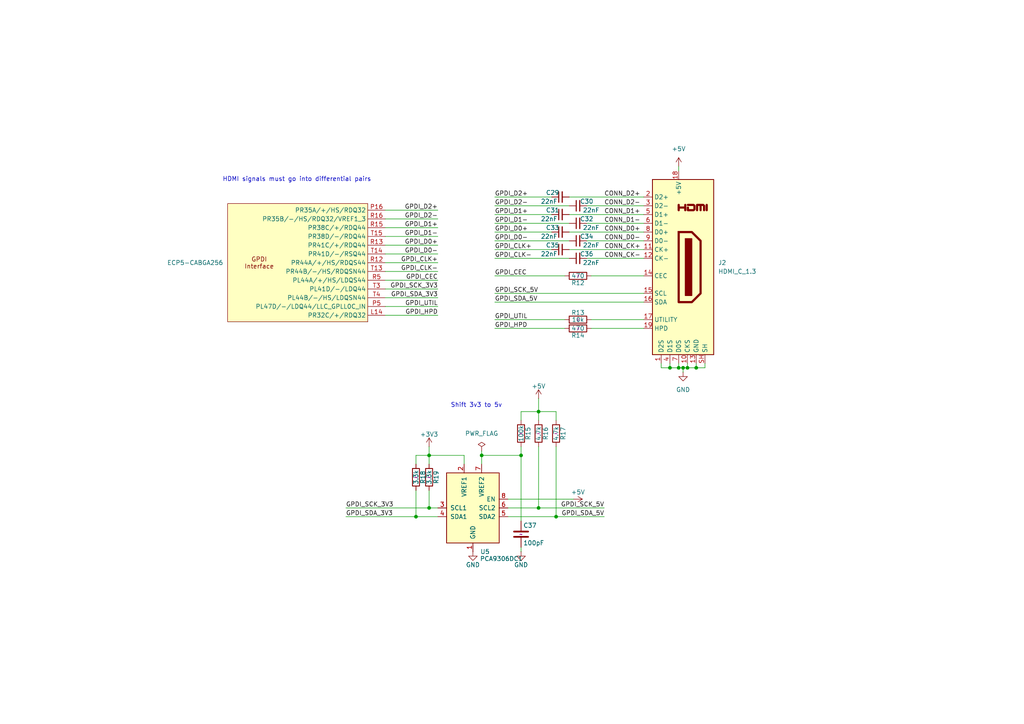
<source format=kicad_sch>
(kicad_sch (version 20250114) (generator "eeschema") (generator_version "9.0")
  (paper "A4")
  (title_block (title "Icepi zero") (date "2025-07-02") (rev "v1.2") (company "Chengyin Yao (cheyao)") (comment 1 "https://github.com/cheyao/icepi-zero") (comment 9 "OSHWA FR000026"))
  (lib_symbols
    (symbol "Connector:HDMI_C_1.3"
      (property "Reference" "J" (at -6.35 26.67 0))
      (property "Value" "HDMI_C_1.3" (at 10.16 26.67 0))
      (symbol "HDMI_C_1.3_0_0"
        (polyline (pts (xy 0 16.51) (xy 0 18.034) (xy 0 17.272) (xy 1.905 17.272) (xy 1.905 18.034) (xy 1.905 16.51)) (stroke (width 0.635)))
        (polyline (pts (xy 2.667 18.034) (xy 4.318 18.034) (xy 4.572 17.78) (xy 4.572 16.764) (xy 4.318 16.51) (xy 2.667 16.51) (xy 2.667 17.272)) (stroke (width 0.635)))
        (polyline (pts (xy 8.128 16.51) (xy 8.128 18.034)) (stroke (width 0.635)))
      )
      (symbol "HDMI_C_1.3_0_1"
        (rectangle (start -7.62 25.4) (end 10.16 -25.4) (stroke (width 0.254)) (fill (type background)))
        (polyline (pts (xy 0 10.16) (xy 3.81 10.16) (xy 6.35 7.62) (xy 6.35 -7.62) (xy 3.81 -10.16) (xy 0 -10.16) (xy 0 10.16)) (stroke (width 0.635)))
        (rectangle (start 1.905 8.255) (end 3.81 -8.255) (stroke (width 0.254)) (fill (type outline)))
        (polyline (pts (xy 5.334 16.51) (xy 5.334 18.034) (xy 6.35 18.034) (xy 6.35 16.51) (xy 6.35 18.034) (xy 7.112 18.034) (xy 7.366 17.78) (xy 7.366 16.51)) (stroke (width 0.635)))
      )
      (symbol "HDMI_C_1.3_1_1"
        (pin passive line (at -10.16 20.32 0) (length 2.54) (name "D2+") (number "2"))
        (pin passive line (at -10.16 17.78 0) (length 2.54) (name "D2-") (number "3"))
        (pin passive line (at -10.16 15.24 0) (length 2.54) (name "D1+") (number "5"))
        (pin passive line (at -10.16 12.7 0) (length 2.54) (name "D1-") (number "6"))
        (pin passive line (at -10.16 10.16 0) (length 2.54) (name "D0+") (number "8"))
        (pin passive line (at -10.16 7.62 0) (length 2.54) (name "D0-") (number "9"))
        (pin passive line (at -10.16 5.08 0) (length 2.54) (name "CK+") (number "11"))
        (pin passive line (at -10.16 2.54 0) (length 2.54) (name "CK-") (number "12"))
        (pin bidirectional line (at -10.16 -2.54 0) (length 2.54) (name "CEC") (number "14"))
        (pin passive line (at -10.16 -7.62 0) (length 2.54) (name "SCL") (number "15"))
        (pin bidirectional line (at -10.16 -10.16 0) (length 2.54) (name "SDA") (number "16"))
        (pin passive line (at -10.16 -15.24 0) (length 2.54) (name "UTILITY") (number "17"))
        (pin passive line (at -10.16 -17.78 0) (length 2.54) (name "HPD") (number "19"))
        (pin power_in line (at -5.08 -27.94 90) (length 2.54) (name "D2S") (number "1"))
        (pin power_in line (at -2.54 -27.94 90) (length 2.54) (name "D1S") (number "4"))
        (pin power_in line (at 0 27.94 270) (length 2.54) (name "+5V") (number "18"))
        (pin power_in line (at 0 -27.94 90) (length 2.54) (name "D0S") (number "7"))
        (pin power_in line (at 2.54 -27.94 90) (length 2.54) (name "CKS") (number "10"))
        (pin power_in line (at 5.08 -27.94 90) (length 2.54) (name "GND") (number "13"))
        (pin passive line (at 7.62 -27.94 90) (length 2.54) (name "SH") (number "SH"))
      )
    )
    (symbol "Device:C" (pin_numbers (hide yes)) (pin_names (offset 0.254))
      (property "Reference" "C" (at 0.635 2.54 0))
      (property "Value" "C" (at 0.635 -2.54 0))
      (symbol "C_0_1"
        (polyline (pts (xy -2.032 0.762) (xy 2.032 0.762)) (stroke (width 0.508)))
        (polyline (pts (xy -2.032 -0.762) (xy 2.032 -0.762)) (stroke (width 0.508)))
      )
      (symbol "C_1_1"
        (pin passive line (at 0 3.81 270) (length 2.794) (name "~") (number "1"))
        (pin passive line (at 0 -3.81 90) (length 2.794) (name "~") (number "2"))
      )
    )
    (symbol "Device:C_Small" (pin_numbers (hide yes)) (pin_names (offset 0.254) (hide yes))
      (property "Reference" "C" (at 0.254 1.778 0))
      (property "Value" "C_Small" (at 0.254 -2.032 0))
      (symbol "C_Small_0_1"
        (polyline (pts (xy -1.524 0.508) (xy 1.524 0.508)) (stroke (width 0.3048)))
        (polyline (pts (xy -1.524 -0.508) (xy 1.524 -0.508)) (stroke (width 0.3302)))
      )
      (symbol "C_Small_1_1"
        (pin passive line (at 0 2.54 270) (length 2.032) (name "~") (number "1"))
        (pin passive line (at 0 -2.54 90) (length 2.032) (name "~") (number "2"))
      )
    )
    (symbol "Device:R" (pin_numbers (hide yes)) (pin_names (offset 0))
      (property "Reference" "R" (at 2.032 0 90))
      (property "Value" "R" (at 0 0 90))
      (symbol "R_0_1"
        (rectangle (start -1.016 -2.54) (end 1.016 2.54) (stroke (width 0.254)))
      )
      (symbol "R_1_1"
        (pin passive line (at 0 3.81 270) (length 1.27) (name "~") (number "1"))
        (pin passive line (at 0 -3.81 90) (length 1.27) (name "~") (number "2"))
      )
    )
    (symbol "Interface:PCA9306DC1" (pin_names (offset 1.016))
      (property "Reference" "U" (at -7.62 11.43 0))
      (property "Value" "PCA9306DC1" (at 3.81 11.43 0))
      (symbol "PCA9306DC1_0_1"
        (rectangle (start -7.62 10.16) (end 7.62 -10.16) (stroke (width 0.254)) (fill (type background)))
      )
      (symbol "PCA9306DC1_1_1"
        (pin bidirectional line (at -10.16 0 0) (length 2.54) (name "SCL1") (number "3"))
        (pin bidirectional line (at -10.16 -2.54 0) (length 2.54) (name "SDA1") (number "4"))
        (pin power_in line (at -2.54 12.7 270) (length 2.54) (name "VREF1") (number "2"))
        (pin power_in line (at 0 -12.7 90) (length 2.54) (name "GND") (number "1"))
        (pin power_in line (at 2.54 12.7 270) (length 2.54) (name "VREF2") (number "7"))
        (pin input line (at 10.16 2.54 180) (length 2.54) (name "EN") (number "8"))
        (pin bidirectional line (at 10.16 0 180) (length 2.54) (name "SCL2") (number "6"))
        (pin bidirectional line (at 10.16 -2.54 180) (length 2.54) (name "SDA2") (number "5"))
      )
    )
    (symbol "icepi-lib:LFE5U-25F-6BG256x"
      (property "Reference" "U" (at 48.768 1.016 0))
      (property "Value" "ECP5U-25F-CABGA256" (at 59.436 -1.27 0))
      (symbol "LFE5U-25F-6BG256x_1_1"
        (rectangle (start -47.625 10.16) (end 47.625 -10.16) (fill (type background)))
        (text "Power Block" (at -0.254 0 0) (effects (font (size 1.27 1.27))))
        (pin power_in line (at -45.72 15.24 270) (length 5.08) (name "VCC") (number "G6"))
        (pin power_in line (at -43.18 15.24 270) (length 5.08) (name "VCC") (number "G7"))
        (pin power_in line (at -40.64 15.24 270) (length 5.08) (name "VCC") (number "L8"))
        (pin power_in line (at -38.1 15.24 270) (length 5.08) (name "VCC") (number "L9"))
        (pin power_in line (at -35.56 15.24 270) (length 5.08) (name "VCC") (number "G9"))
        (pin power_in line (at -35.56 -15.24 90) (length 5.08) (name "GND") (number "A16"))
        (pin power_in line (at -33.02 15.24 270) (length 5.08) (name "VCC") (number "L10"))
        (pin power_in line (at -33.02 -15.24 90) (length 5.08) (name "GND") (number "H16"))
        (pin power_in line (at -30.48 -15.24 90) (length 5.08) (name "GND") (number "T16"))
        (pin power_in line (at -27.94 -15.24 90) (length 5.08) (name "GND") (number "D15"))
        (pin power_in line (at -25.4 15.24 270) (length 5.08) (name "VCCAUX") (number "L7"))
        (pin power_in line (at -25.4 -15.24 90) (length 5.08) (name "GND") (number "N15"))
        (pin power_in line (at -22.86 15.24 270) (length 5.08) (name "VCCAUX") (number "G11"))
        (pin power_in line (at -22.86 -15.24 90) (length 5.08) (name "GND") (number "T12"))
        (pin power_in line (at -20.32 -15.24 90) (length 5.08) (name "GND") (number "G10"))
        (pin power_in line (at -17.78 -15.24 90) (length 5.08) (name "GND") (number "H10"))
        (pin power_in line (at -15.24 15.24 270) (length 5.08) (name "VCCIO0") (number "F6"))
        (pin power_in line (at -15.24 -15.24 90) (length 5.08) (name "GND") (number "J10"))
        (pin power_in line (at -12.7 15.24 270) (length 5.08) (name "VCCIO0") (number "F7"))
        (pin power_in line (at -12.7 -15.24 90) (length 5.08) (name "GND") (number "K10"))
        (pin power_in line (at -10.16 -15.24 90) (length 5.08) (name "GND") (number "F9"))
        (pin power_in line (at -7.62 -15.24 90) (length 5.08) (name "GND") (number "H9"))
        (pin power_in line (at -5.08 15.24 270) (length 5.08) (name "VCCIO1") (number "F10"))
        (pin power_in line (at -5.08 -15.24 90) (length 5.08) (name "GND") (number "J9"))
        (pin power_in line (at -2.54 15.24 270) (length 5.08) (name "VCCIO1") (number "F11"))
        (pin power_in line (at -2.54 -15.24 90) (length 5.08) (name "GND") (number "K9"))
        (pin power_in line (at 0 -15.24 90) (length 5.08) (name "GND") (number "F8"))
        (pin power_in line (at 2.54 -15.24 90) (length 5.08) (name "GND") (number "G8"))
        (pin power_in line (at 5.08 15.24 270) (length 5.08) (name "VCCIO2") (number "J11"))
        (pin power_in line (at 5.08 -15.24 90) (length 5.08) (name "GND") (number "H8"))
        (pin power_in line (at 7.62 15.24 270) (length 5.08) (name "VCCIO2") (number "H11"))
        (pin power_in line (at 7.62 -15.24 90) (length 5.08) (name "GND") (number "J8"))
        (pin power_in line (at 10.16 -15.24 90) (length 5.08) (name "GND") (number "K8"))
        (pin power_in line (at 12.7 -15.24 90) (length 5.08) (name "GND") (number "K7"))
        (pin power_in line (at 15.24 15.24 270) (length 5.08) (name "VCCIO3") (number "L11"))
        (pin power_in line (at 15.24 -15.24 90) (length 5.08) (name "GND") (number "K6"))
        (pin power_in line (at 17.78 15.24 270) (length 5.08) (name "VCCIO3") (number "K11"))
        (pin power_in line (at 17.78 -15.24 90) (length 5.08) (name "GND") (number "T5"))
        (pin power_in line (at 20.32 -15.24 90) (length 5.08) (name "GND") (number "D2"))
        (pin power_in line (at 22.86 -15.24 90) (length 5.08) (name "GND") (number "N2"))
        (pin power_in line (at 25.4 15.24 270) (length 5.08) (name "VCCIO6") (number "J6"))
        (pin power_in line (at 25.4 -15.24 90) (length 5.08) (name "GND") (number "A1"))
        (pin power_in line (at 27.94 15.24 270) (length 5.08) (name "VCCIO6") (number "J7"))
        (pin power_in line (at 27.94 -15.24 90) (length 5.08) (name "GND") (number "H1"))
        (pin power_in line (at 30.48 -15.24 90) (length 5.08) (name "GND") (number "T1"))
        (pin power_in line (at 35.56 15.24 270) (length 5.08) (name "VCCIO7") (number "H6"))
        (pin power_in line (at 38.1 15.24 270) (length 5.08) (name "VCCIO7") (number "H7"))
        (pin power_in line (at 45.72 15.24 270) (length 5.08) (name "VCCIO8") (number "L6"))
      )
      (symbol "LFE5U-25F-6BG256x_2_1"
        (rectangle (start -7.62 5.715) (end 7.62 -5.715) (fill (type background)))
        (text "JTAG\nInterface" (at 2.032 0 0) (effects (font (size 1.27 1.27))))
        (pin output line (at -12.7 3.81 0) (length 5.08) (name "TDO") (number "M10"))
        (pin input line (at -12.7 1.27 0) (length 5.08) (name "TDI") (number "R11"))
        (pin input line (at -12.7 -1.27 0) (length 5.08) (name "TCK") (number "T10"))
        (pin input line (at -12.7 -3.81 0) (length 5.08) (name "TMS") (number "T11"))
      )
      (symbol "LFE5U-25F-6BG256x_3_1"
        (rectangle (start -25.4 8.255) (end 25.4 -8.255) (fill (type background)))
        (text "SysIO Config block" (at 8.89 -0.254 0) (effects (font (size 1.27 1.27))))
        (pin bidirectional line (at -30.48 6.35 0) (length 5.08) (name "PB15A/+/HOLDN/DI/BUSY/CSSPIN/CEN") (number "N8"))
        (pin bidirectional line (at -30.48 3.81 0) (length 5.08) (name "CCLK/MCLK/SCK") (number "N9"))
        (pin bidirectional line (at -30.48 1.27 0) (length 5.08) (name "PB11B/-/D0/MOSI/IO0") (number "T8"))
        (pin bidirectional line (at -30.48 -1.27 0) (length 5.08) (name "PB11A/+/D1/MISO/IO1") (number "T7"))
        (pin bidirectional line (at -30.48 -3.81 0) (length 5.08) (name "PL9B/-/D2/IO2") (number "M7"))
        (pin bidirectional line (at -30.48 -6.35 0) (length 5.08) (name "PL9A/+/D3/IO3") (number "N7"))
        (pin input line (at 30.48 6.35 180) (length 5.08) (name "CFG_0") (number "N10"))
        (pin input line (at 30.48 3.81 180) (length 5.08) (name "CFG_1") (number "P10"))
        (pin input line (at 30.48 1.27 180) (length 5.08) (name "CPG_2") (number "R10"))
        (pin output line (at 30.48 -1.27 180) (length 5.08) (name "DONE") (number "P9"))
        (pin bidirectional line (at 30.48 -3.81 180) (length 5.08) (name "INITN") (number "T9"))
        (pin bidirectional line (at 30.48 -6.35 180) (length 5.08) (name "PROGRAMN") (number "R9"))
      )
      (symbol "LFE5U-25F-6BG256x_4_1"
        (rectangle (start -20.32 17.145) (end 20.32 -17.145) (fill (type background)))
        (text "GPDI\nInterface" (at 11.176 0 0) (effects (font (size 1.27 1.27))))
        (pin bidirectional line (at -25.4 15.24 0) (length 5.08) (name "PR35A/+/HS/RDQ32") (number "P16"))
        (pin bidirectional line (at -25.4 12.7 0) (length 5.08) (name "PR35B/-/HS/RDQ32/VREF1_3") (number "R16"))
        (pin bidirectional line (at -25.4 10.16 0) (length 5.08) (name "PR38C/+/RDQ44") (number "R15"))
        (pin bidirectional line (at -25.4 7.62 0) (length 5.08) (name "PR38D/-/RDQ44") (number "T15"))
        (pin bidirectional line (at -25.4 5.08 0) (length 5.08) (name "PR41C/+/RDQ44") (number "R13"))
        (pin bidirectional line (at -25.4 2.54 0) (length 5.08) (name "PR41D/-/RSQ44") (number "T14"))
        (pin bidirectional line (at -25.4 0 0) (length 5.08) (name "PR44A/+/HS/RDQS44") (number "R12"))
        (pin bidirectional line (at -25.4 -2.54 0) (length 5.08) (name "PR44B/-/HS/RDQSN44") (number "T13"))
        (pin bidirectional line (at -25.4 -5.08 0) (length 5.08) (name "PL44A/+/HS/LDQS44") (number "R5"))
        (pin bidirectional line (at -25.4 -7.62 0) (length 5.08) (name "PL41D/-/LDQ44") (number "T3"))
        (pin bidirectional line (at -25.4 -10.16 0) (length 5.08) (name "PL44B/-/HS/LDQSN44") (number "T4"))
        (pin bidirectional line (at -25.4 -12.7 0) (length 5.08) (name "PL47D/-/LDQ44/LLC_GPLL0C_IN") (number "P5"))
        (pin bidirectional line (at -25.4 -15.24 0) (length 5.08) (name "PR32C/+/RDQ32") (number "L14"))
      )
      (symbol "LFE5U-25F-6BG256x_5_1"
        (rectangle (start -20.32 18.415) (end 19.685 -18.415) (fill (type background)))
        (text "USB/UART\nInterface" (at 10.16 0 0) (effects (font (size 1.27 1.27))))
        (pin bidirectional line (at -25.4 16.51 0) (length 5.08) (name "PR23C/-/RDQ20/PCLKT2_0") (number "K16"))
        (pin bidirectional line (at -25.4 13.97 0) (length 5.08) (name "PR23D/-/RDQ20/PCLKC2_0") (number "K15"))
        (pin bidirectional line (at -25.4 11.43 0) (length 5.08) (name "PR26A/+/HS/RDQ32/PCLKT3_1") (number "L16"))
        (pin bidirectional line (at -25.4 8.89 0) (length 5.08) (name "PR26B/-/HS/RDQ32/PCLKC3_1") (number "L15"))
        (pin bidirectional line (at -25.4 3.81 0) (length 5.08) (name "PR11C/+/RDQ8") (number "F15"))
        (pin bidirectional line (at -25.4 1.27 0) (length 5.08) (name "PR11D/-/RDQ8") (number "E16"))
        (pin bidirectional line (at -25.4 -1.27 0) (length 5.08) (name "PR14B/-/HS/RDQ20") (number "G15"))
        (pin bidirectional line (at -25.4 -3.81 0) (length 5.08) (name "PR14D/-/RDQ20") (number "H14"))
        (pin bidirectional line (at -25.4 -8.89 0) (length 5.08) (name "PR23A/+/HS/RDQ20/PCLKT2_1") (number "J16"))
        (pin bidirectional line (at -25.4 -11.43 0) (length 5.08) (name "PR23B/-/HS/RDQ20/PCLKC2_1") (number "J15"))
        (pin bidirectional line (at -25.4 -13.97 0) (length 5.08) (name "PR5C/+/RDQ8") (number "E14"))
        (pin bidirectional line (at -25.4 -16.51 0) (length 5.08) (name "PT51B/-") (number "E11"))
      )
      (symbol "LFE5U-25F-6BG256x_6_1"
        (rectangle (start -25.4 33.02) (end 25.4 -33.02) (fill (type background)))
        (text "SDRAM\nInterface" (at 0.254 29.464 0) (effects (font (size 1.27 1.27))))
        (pin bidirectional line (at -30.48 30.48 0) (length 5.08) (name "PT53A/+") (number "A11"))
        (pin bidirectional line (at -30.48 27.94 0) (length 5.08) (name "PT49A/+") (number "B11"))
        (pin bidirectional line (at -30.48 22.86 0) (length 5.08) (name "PT44A/+") (number "B10"))
        (pin bidirectional line (at -30.48 20.32 0) (length 5.08) (name "PT42A/+") (number "A9"))
        (pin bidirectional line (at -30.48 17.78 0) (length 5.08) (name "PT38A/+/GR_PCLK1_0") (number "B9"))
        (pin bidirectional line (at -30.48 15.24 0) (length 5.08) (name "PT29B/-/PCLKC0_0") (number "A8"))
        (pin bidirectional line (at -30.48 12.7 0) (length 5.08) (name "PT35B/-/PCLK1_0") (number "B8"))
        (pin bidirectional line (at -30.48 10.16 0) (length 5.08) (name "PT29A/+/PCLKT0_0") (number "A7"))
        (pin bidirectional line (at -30.48 7.62 0) (length 5.08) (name "PT27B/-/PCLKC0_1") (number "B7"))
        (pin bidirectional line (at -30.48 5.08 0) (length 5.08) (name "PT18B/-") (number "A6"))
        (pin bidirectional line (at -30.48 2.54 0) (length 5.08) (name "PT22B/-") (number "B6"))
        (pin bidirectional line (at -30.48 0 0) (length 5.08) (name "PT18A/+") (number "A5"))
        (pin bidirectional line (at -30.48 -2.54 0) (length 5.08) (name "PT42B/-") (number "A10"))
        (pin bidirectional line (at -30.48 -5.08 0) (length 5.08) (name "PT15B/-") (number "B5"))
        (pin bidirectional line (at -30.48 -7.62 0) (length 5.08) (name "PT6B/-") (number "A4"))
        (pin bidirectional line (at -30.48 -12.7 0) (length 5.08) (name "PT56A/+") (number "B12"))
        (pin bidirectional line (at -30.48 -15.24 0) (length 5.08) (name "PT11B/-") (number "B4"))
        (pin bidirectional line (at -30.48 -17.78 0) (length 5.08) (name "PT6A/+") (number "A3"))
        (pin bidirectional line (at -30.48 -20.32 0) (length 5.08) (name "PT67A/+") (number "B14"))
        (pin bidirectional line (at -30.48 -22.86 0) (length 5.08) (name "PT4B/-") (number "B3"))
        (pin bidirectional line (at -30.48 -25.4 0) (length 5.08) (name "PT65A/+") (number "A13"))
        (pin bidirectional line (at -30.48 -27.94 0) (length 5.08) (name "PT60A/+") (number "B13"))
        (pin bidirectional line (at -30.48 -30.48 0) (length 5.08) (name "PT53B/-") (number "A12"))
        (pin bidirectional line (at 30.48 30.48 180) (length 5.08) (name "PR2A/+/HS/RDQ8") (number "B16"))
        (pin bidirectional line (at 30.48 27.94 180) (length 5.08) (name "PR2C/+/RDQ8") (number "C14"))
        (pin bidirectional line (at 30.48 25.4 180) (length 5.08) (name "PR5A/+/HS/RDQ8") (number "C16"))
        (pin bidirectional line (at 30.48 22.86 180) (length 5.08) (name "PR5B/-/HS/RDQ8") (number "C15"))
        (pin bidirectional line (at 30.48 20.32 180) (length 5.08) (name "PR8A/+/HS/RDQS8") (number "D16"))
        (pin bidirectional line (at 30.48 17.78 180) (length 5.08) (name "PT67B/-") (number "A15"))
        (pin bidirectional line (at 30.48 15.24 180) (length 5.08) (name "PR2B/-/HS/RDQ8/S0_IN") (number "B15"))
        (pin bidirectional line (at 30.48 12.7 180) (length 5.08) (name "PT65B/-") (number "A14"))
        (pin bidirectional line (at 30.48 10.16 180) (length 5.08) (name "PT4A/+") (number "A2"))
        (pin bidirectional line (at 30.48 7.62 180) (length 5.08) (name "PL2B/-/HS/LDQ8") (number "B2"))
        (pin bidirectional line (at 30.48 5.08 180) (length 5.08) (name "PL8B/-/HS/LDQSN8") (number "E2"))
        (pin bidirectional line (at 30.48 2.54 180) (length 5.08) (name "PL8A/+/HS/LDQS8") (number "D1"))
        (pin bidirectional line (at 30.48 0 180) (length 5.08) (name "PL5B/-/HS/LDQ8") (number "C2"))
        (pin bidirectional line (at 30.48 -2.54 180) (length 5.08) (name "PL5A/+/HS/LDQ8") (number "C1"))
        (pin bidirectional line (at 30.48 -5.08 180) (length 5.08) (name "PL2C/+/LDQ8") (number "C3"))
        (pin bidirectional line (at 30.48 -7.62 180) (length 5.08) (name "PL2A/+/HS/LDQ8") (number "B1"))
      )
      (symbol "LFE5U-25F-6BG256x_7_1"
        (rectangle (start -19.05 10.16) (end 19.05 -10.16) (fill (type background)))
        (text "uSD\nInterface" (at 13.462 0 0) (effects (font (size 1.27 1.27))))
        (pin bidirectional line (at -24.13 7.62 0) (length 5.08) (name "PR38B/-/HS/RDQ44") (number "P14"))
        (pin bidirectional line (at -24.13 5.08 0) (length 5.08) (name "PR41B/-/HS/RDQ44") (number "R14"))
        (pin bidirectional line (at -24.13 2.54 0) (length 5.08) (name "PR26D/-/RDQ32/PCLKC3_0") (number "M15"))
        (pin bidirectional line (at -24.13 0 0) (length 5.08) (name "PR32D/-/RDQ32") (number "M14"))
        (pin bidirectional line (at -24.13 -2.54 0) (length 5.08) (name "PR32A/+/HS/RDQS32") (number "N16"))
        (pin bidirectional line (at -24.13 -5.08 0) (length 5.08) (name "PR32B/-/HS/RDQSN32") (number "P15"))
        (pin bidirectional line (at -24.13 -7.62 0) (length 5.08) (name "PR26C/+/RDQ32/PCLKT3_0") (number "M16"))
      )
      (symbol "LFE5U-25F-6BG256x_8_1"
        (rectangle (start -34.29 23.495) (end 34.29 -26.035) (fill (type background)))
        (text "GPIO\nInterface" (at -0.508 20.828 0) (effects (font (size 1.27 1.27))))
        (pin bidirectional line (at -39.37 21.59 0) (length 5.08) (name "PL38D/-/LDQ44") (number "T2"))
        (pin bidirectional line (at -39.37 19.05 0) (length 5.08) (name "PL38C/+/LDQ44") (number "R2"))
        (pin bidirectional line (at -39.37 16.51 0) (length 5.08) (name "PL35B/-/HS/LDQ32/VREF1_6") (number "R1"))
        (pin bidirectional line (at -39.37 11.43 0) (length 5.08) (name "PL41B/-/HS/LDQ44") (number "R3"))
        (pin bidirectional line (at -39.37 8.89 0) (length 5.08) (name "PL38B/-/HS/LDQ44") (number "P3"))
        (pin bidirectional line (at -39.37 6.35 0) (length 5.08) (name "PL32B/-/HS/LDQSN32") (number "P2"))
        (pin bidirectional line (at -39.37 1.27 0) (length 5.08) (name "PL26B/-/HS/LDQ32/PCLKC6_1") (number "L2"))
        (pin bidirectional line (at -39.37 -1.27 0) (length 5.08) (name "PL23A/+/HS/LDQ20/PCLKT7") (number "J1"))
        (pin bidirectional line (at -39.37 -3.81 0) (length 5.08) (name "PL14B/-/HS/LDQ20") (number "G2"))
        (pin bidirectional line (at -39.37 -8.89 0) (length 5.08) (name "PL14C/+/LDQ20/VREF1_7") (number "G3"))
        (pin bidirectional line (at -39.37 -11.43 0) (length 5.08) (name "PL11D/-/LDQ8") (number "E1"))
        (pin bidirectional line (at -39.37 -13.97 0) (length 5.08) (name "PL5D/-/LDQ8") (number "F3"))
        (pin bidirectional line (at -39.37 -16.51 0) (length 5.08) (name "PL5C/+/LDQ8") (number "E3"))
        (pin bidirectional line (at -39.37 -19.05 0) (length 5.08) (name "PT9A/+") (number "E4"))
        (pin bidirectional line (at -39.37 -21.59 0) (length 5.08) (name "PT9B/-") (number "D4"))
        (pin bidirectional line (at 39.37 16.51 180) (length 5.08) (name "PL35A/+/HS/LDQ32") (number "P1"))
        (pin bidirectional line (at 39.37 13.97 180) (length 5.08) (name "PL32A/+/HS/LDQS32") (number "N1"))
        (pin bidirectional line (at 39.37 11.43 180) (length 5.08) (name "PL38A/+/HS/LDQ44") (number "N4"))
        (pin bidirectional line (at 39.37 6.35 180) (length 5.08) (name "PL26C/+/LDQ32/PCLKT6_0") (number "M1"))
        (pin bidirectional line (at 39.37 3.81 180) (length 5.08) (name "PL26A/+/HS/LDQ32/PCLKT6_1") (number "L1"))
        (pin bidirectional line (at 39.37 -1.27 180) (length 5.08) (name "PL23B/-/HS/LDQ20/PCLKC7_1") (number "J2"))
        (pin bidirectional line (at 39.37 -3.81 180) (length 5.08) (name "PL20C/+/LDQS20/GR_PCLK7_0") (number "H2"))
        (pin bidirectional line (at 39.37 -6.35 180) (length 5.08) (name "PL20A/+/HS/LDQS20/GR_PCLK7_1") (number "G1"))
        (pin bidirectional line (at 39.37 -8.89 180) (length 5.08) (name "PL20D/-/LDQS20") (number "K3"))
        (pin bidirectional line (at 39.37 -13.97 180) (length 5.08) (name "PL20B/-/HS/LDQSN20") (number "J3"))
        (pin bidirectional line (at 39.37 -19.05 180) (length 5.08) (name "PL14D/-/lDQ20") (number "H3"))
        (pin bidirectional line (at 39.37 -21.59 180) (length 5.08) (name "PL14A/+/HS/LDQ20") (number "F1"))
        (pin bidirectional line (at 39.37 -24.13 180) (length 5.08) (name "PL11C/+/LDQ8") (number "F2"))
      )
      (symbol "LFE5U-25F-6BG256x_9_1"
        (rectangle (start -15.24 17.145) (end 15.24 -17.145) (fill (type background)))
        (text "MISC\nInterface" (at 6.604 2.54 0) (effects (font (size 1.27 1.27))))
        (pin bidirectional line (at -20.32 15.24 0) (length 5.08) (name "PT11A/+") (number "C4"))
        (pin bidirectional line (at -20.32 12.7 0) (length 5.08) (name "PT15A/+") (number "C5"))
        (pin bidirectional line (at -20.32 7.62 0) (length 5.08) (name "PT62B/-") (number "E13"))
        (pin bidirectional line (at -20.32 5.08 0) (length 5.08) (name "PR2D/-/RDQ8") (number "D14"))
        (pin bidirectional line (at -20.32 2.54 0) (length 5.08) (name "PT58B/-") (number "E12"))
        (pin bidirectional line (at -20.32 0 0) (length 5.08) (name "PT60B/-") (number "C13"))
        (pin bidirectional line (at -20.32 -2.54 0) (length 5.08) (name "PT62A/+") (number "D13"))
        (pin bidirectional line (at -20.32 -7.62 0) (length 5.08) (name "PT27A/+/PCLKT0_1") (number "C7"))
        (pin bidirectional line (at -20.32 -10.16 0) (length 5.08) (name "PT35A/+/PCLKT1_0") (number "C8"))
        (pin bidirectional line (at -20.32 -15.24 0) (length 5.08) (name "PL26D/-/LDQ32/PCLK6_0") (number "M2"))
      )
      (symbol "LFE5U-25F-6BG256x_10_1"
        (rectangle (start -53.34 38.1) (end 52.705 -40.005) (fill (type background)))
        (text "Unused I/O" (at -1.524 0.254 0) (effects (font (size 1.27 1.27))))
        (pin bidirectional line (at -58.42 30.48 0) (length 5.08) (name "PL2D/-/LDQ8") (number "D3"))
        (pin bidirectional line (at -58.42 27.94 0) (length 5.08) (name "PL8C/+/LDQ8") (number "F4"))
        (pin bidirectional line (at -58.42 25.4 0) (length 5.08) (name "PL8D/-/LDQ8") (number "F5"))
        (pin bidirectional line (at -58.42 22.86 0) (length 5.08) (name "PL11A/+/HS/LDQ8") (number "G5"))
        (pin bidirectional line (at -58.42 20.32 0) (length 5.08) (name "PL11B/-/HS/LDQ8") (number "G4"))
        (pin bidirectional line (at -58.42 17.78 0) (length 5.08) (name "PL17A/+/HS/LDQ20") (number "H5"))
        (pin bidirectional line (at -58.42 15.24 0) (length 5.08) (name "PL17B/-/HS/LDQ20") (number "H4"))
        (pin bidirectional line (at -58.42 12.7 0) (length 5.08) (name "PL17C/+/LDQ20") (number "J4"))
        (pin bidirectional line (at -58.42 10.16 0) (length 5.08) (name "PL17D/-/LDQ20") (number "J5"))
        (pin bidirectional line (at -58.42 7.62 0) (length 5.08) (name "PL23C/+/LDQ20/PCLKT7_0") (number "K1"))
        (pin bidirectional line (at -58.42 5.08 0) (length 5.08) (name "PL23D/-/LDQ20/PCLKC7_0") (number "K2"))
        (pin bidirectional line (at -58.42 2.54 0) (length 5.08) (name "PL29A/+/HS/LDQ32/GR_PCLK6_0") (number "K4"))
        (pin bidirectional line (at -58.42 0 0) (length 5.08) (name "PL29B/-/HS/LDQ32") (number "K5"))
        (pin bidirectional line (at -58.42 -2.54 0) (length 5.08) (name "PL29C/+/LDQ32/GR_PCLK6_1") (number "L4"))
        (pin bidirectional line (at -58.42 -5.08 0) (length 5.08) (name "PL29D/-/LDQ32") (number "L5"))
        (pin bidirectional line (at -58.42 -7.62 0) (length 5.08) (name "PL32C/+/LDQ32") (number "L3"))
        (pin bidirectional line (at -58.42 -10.16 0) (length 5.08) (name "PL32D/-/LDQ32") (number "M3"))
        (pin bidirectional line (at -58.42 -12.7 0) (length 5.08) (name "PL35C/+/LDQ32") (number "M4"))
        (pin bidirectional line (at -58.42 -15.24 0) (length 5.08) (name "PL35D/-/LDQ32") (number "N3"))
        (pin bidirectional line (at -58.42 -17.78 0) (length 5.08) (name "PL41A/+/HS/LDQ44") (number "P4"))
        (pin bidirectional line (at -58.42 -20.32 0) (length 5.08) (name "PL41C/+/LD44") (number "R4"))
        (pin bidirectional line (at -58.42 -22.86 0) (length 5.08) (name "PL44C/+/LDQ44") (number "M5"))
        (pin bidirectional line (at -58.42 -25.4 0) (length 5.08) (name "PL44D/-/LDQ44") (number "N5"))
        (pin bidirectional line (at -58.42 -27.94 0) (length 5.08) (name "PL47A/+/HS/LDQ44") (number "M6"))
        (pin bidirectional line (at -58.42 -30.48 0) (length 5.08) (name "PL47B/-/HS/LDQ44") (number "N6"))
        (pin bidirectional line (at -58.42 -33.02 0) (length 5.08) (name "PL47C/+/LDQ44/LLC+GPLL0T_IN") (number "P6"))
        (pin bidirectional line (at -27.94 43.18 270) (length 5.08) (name "PT13B/-") (number "D5"))
        (pin bidirectional line (at -25.4 43.18 270) (length 5.08) (name "PT13A/+") (number "E5"))
        (pin bidirectional line (at -22.86 43.18 270) (length 5.08) (name "PT20B/-") (number "D6"))
        (pin bidirectional line (at -20.32 43.18 270) (length 5.08) (name "PT20A/+") (number "E6"))
        (pin bidirectional line (at -17.78 43.18 270) (length 5.08) (name "PT22A/+") (number "C6"))
        (pin bidirectional line (at -15.24 43.18 270) (length 5.08) (name "PT24B/-/GR_PCLK0_0") (number "D7"))
        (pin bidirectional line (at -12.7 43.18 270) (length 5.08) (name "PT24A/+/GR_PCLK0_1") (number "E7"))
        (pin bidirectional line (at -11.43 -45.085 90) (length 5.08) (name "PB18A/WRITEN") (number "M9"))
        (pin bidirectional line (at -10.16 43.18 270) (length 5.08) (name "PT33B/-/PCLKC1_1") (number "D8"))
        (pin bidirectional line (at -8.89 -45.085 90) (length 5.08) (name "PB15B/0/DOUT/CSON") (number "M8"))
        (pin bidirectional line (at -7.62 43.18 270) (length 5.08) (name "PT33A/+/PCLKT1_1") (number "E8"))
        (pin bidirectional line (at -6.35 -45.085 90) (length 5.08) (name "PB13B/-/CS1N") (number "P8"))
        (pin bidirectional line (at -5.08 43.18 270) (length 5.08) (name "PT38B/-/GR_PCLK1_1") (number "C9"))
        (pin bidirectional line (at -3.81 -45.085 90) (length 5.08) (name "PB13A/+/SN/CSN") (number "R8"))
        (pin bidirectional line (at -2.54 43.18 270) (length 5.08) (name "PT40B/-") (number "E9"))
        (pin bidirectional line (at -1.27 -45.085 90) (length 5.08) (name "PB6B/-/D4/MOSI2/IO4") (number "P7"))
        (pin bidirectional line (at 0 43.18 270) (length 5.08) (name "PT40A/+") (number "D9"))
        (pin bidirectional line (at 1.27 -45.085 90) (length 5.08) (name "PB6A/+/D5/MISO2/IO5") (number "R7"))
        (pin bidirectional line (at 2.54 43.18 270) (length 5.08) (name "PT44B/-") (number "C10"))
        (pin bidirectional line (at 3.81 -45.085 90) (length 5.08) (name "PB4B/0/D6/IO6") (number "R6"))
        (pin bidirectional line (at 5.08 43.18 270) (length 5.08) (name "PT47B/-") (number "E10"))
        (pin bidirectional line (at 6.35 -45.085 90) (length 5.08) (name "PB4A/+/D7/IO7") (number "T6"))
        (pin bidirectional line (at 7.62 43.18 270) (length 5.08) (name "PT47A/+") (number "D10"))
        (pin bidirectional line (at 10.16 43.18 270) (length 5.08) (name "PT49B/-") (number "C11"))
        (pin bidirectional line (at 12.7 43.18 270) (length 5.08) (name "PT51A/+") (number "D11"))
        (pin bidirectional line (at 15.24 43.18 270) (length 5.08) (name "PT56B/-") (number "C12"))
        (pin bidirectional line (at 17.78 43.18 270) (length 5.08) (name "PT58A/+") (number "D12"))
        (pin bidirectional line (at 57.785 35.56 180) (length 5.08) (name "PR47A/+/HS/RSQ44") (number "M11"))
        (pin bidirectional line (at 57.785 33.02 180) (length 5.08) (name "PR47B/0/HS/RDQ44") (number "N11"))
        (pin bidirectional line (at 57.785 30.48 180) (length 5.08) (name "PR47C/+/RSQ44/LRC_GPLL0T_IN") (number "P11"))
        (pin bidirectional line (at 57.785 27.94 180) (length 5.08) (name "PR47D/-/RDQ44/LRC_GPLL0C_IN") (number "P12"))
        (pin bidirectional line (at 57.785 25.4 180) (length 5.08) (name "PR44C/+/RDQ44") (number "M12"))
        (pin bidirectional line (at 57.785 22.86 180) (length 5.08) (name "PR44D/-/RSQ44") (number "N12"))
        (pin bidirectional line (at 57.785 20.32 180) (length 5.08) (name "PR41A/+/HS/RDQ44") (number "P13"))
        (pin bidirectional line (at 57.785 17.78 180) (length 5.08) (name "PR38A/+/HS/RDQ44") (number "N13"))
        (pin bidirectional line (at 57.785 15.24 180) (length 5.08) (name "PR35C/+/RDQ32") (number "M13"))
        (pin bidirectional line (at 57.785 12.7 180) (length 5.08) (name "PR35D/-/RDQ32") (number "N14"))
        (pin bidirectional line (at 57.785 10.16 180) (length 5.08) (name "PR29A/+/HS/RDQ32/GR_PCLK3_0") (number "K13"))
        (pin bidirectional line (at 57.785 7.62 180) (length 5.08) (name "PR29B/-/HS/RDQ32") (number "K12"))
        (pin bidirectional line (at 57.785 5.08 180) (length 5.08) (name "PR29C/+/RDQ32/GR_PCLK3_1") (number "L13"))
        (pin bidirectional line (at 57.785 2.54 180) (length 5.08) (name "PR29D/-/RDQ32") (number "L12"))
        (pin bidirectional line (at 57.785 0 180) (length 5.08) (name "PR20A/+/HS/RDQS20/GR_PCLK2_1") (number "G16"))
        (pin bidirectional line (at 57.785 -2.54 180) (length 5.08) (name "PR20B/-/HS/RDQSN20") (number "H15"))
        (pin bidirectional line (at 57.785 -5.08 180) (length 5.08) (name "PR20C/+/RDQ20/GR_PCLK2_0") (number "J14"))
        (pin bidirectional line (at 57.785 -7.62 180) (length 5.08) (name "PR20D/-/RDQ20") (number "K14"))
        (pin bidirectional line (at 57.785 -10.16 180) (length 5.08) (name "PR17A/+/HS/RDQ20") (number "H12"))
        (pin bidirectional line (at 57.785 -12.7 180) (length 5.08) (name "PR17B/-/HS/RDQ20") (number "H13"))
        (pin bidirectional line (at 57.785 -15.24 180) (length 5.08) (name "PR17C/+/RDQ20") (number "J13"))
        (pin bidirectional line (at 57.785 -17.78 180) (length 5.08) (name "PR17D/-/RDQ20") (number "J12"))
        (pin bidirectional line (at 57.785 -20.32 180) (length 5.08) (name "PR14A/+/HS/RDQ20") (number "F16"))
        (pin bidirectional line (at 57.785 -22.86 180) (length 5.08) (name "PR14C/+/RDQ20/VREF1_2") (number "G14"))
        (pin bidirectional line (at 57.785 -25.4 180) (length 5.08) (name "PR11A/+/HS/RDQ8") (number "G12"))
        (pin bidirectional line (at 57.785 -27.94 180) (length 5.08) (name "PR11B/-/HS/RDQ8") (number "G13"))
        (pin bidirectional line (at 57.785 -30.48 180) (length 5.08) (name "PR8B/-/HS/RDQSN8") (number "E15"))
        (pin bidirectional line (at 57.785 -33.02 180) (length 5.08) (name "PR8C/+/RDQ8") (number "F13"))
        (pin bidirectional line (at 57.785 -35.56 180) (length 5.08) (name "PR8D/-/RDQ8") (number "F12"))
        (pin bidirectional line (at 57.785 -38.1 180) (length 5.08) (name "PR5D/-/RDQ8") (number "F14"))
      )
    )
    (symbol "power:+3V3" (power) (pin_numbers (hide yes)) (pin_names (offset 0) (hide yes))
      (property "Value" "+3V3" (at 0 3.556 0))
      (symbol "+3V3_0_1"
        (polyline (pts (xy -0.762 1.27) (xy 0 2.54)))
        (polyline (pts (xy 0 2.54) (xy 0.762 1.27)))
        (polyline (pts (xy 0 0) (xy 0 2.54)))
      )
      (symbol "+3V3_1_1"
        (pin power_in line (at 0 0 90) (length 0) (name "~") (number "1"))
      )
    )
    (symbol "power:+5V" (power) (pin_numbers (hide yes)) (pin_names (offset 0) (hide yes))
      (property "Value" "+5V" (at 0 3.556 0))
      (symbol "+5V_0_1"
        (polyline (pts (xy -0.762 1.27) (xy 0 2.54)))
        (polyline (pts (xy 0 2.54) (xy 0.762 1.27)))
        (polyline (pts (xy 0 0) (xy 0 2.54)))
      )
      (symbol "+5V_1_1"
        (pin power_in line (at 0 0 90) (length 0) (name "~") (number "1"))
      )
    )
    (symbol "power:GND" (power) (pin_numbers (hide yes)) (pin_names (offset 0) (hide yes))
      (property "Value" "GND" (at 0 -3.81 0))
      (symbol "GND_0_1"
        (polyline (pts (xy 0 0) (xy 0 -1.27) (xy 1.27 -1.27) (xy 0 -2.54) (xy -1.27 -1.27) (xy 0 -1.27)))
      )
      (symbol "GND_1_1"
        (pin power_in line (at 0 0 270) (length 0) (name "~") (number "1"))
      )
    )
    (symbol "power:PWR_FLAG" (power) (pin_numbers (hide yes)) (pin_names (offset 0) (hide yes))
      (property "Value" "PWR_FLAG" (at 0 3.81 0))
      (symbol "PWR_FLAG_0_0"
        (pin power_out line (at 0 0 90) (length 0) (name "~") (number "1"))
      )
      (symbol "PWR_FLAG_0_1"
        (polyline (pts (xy 0 0) (xy 0 1.27) (xy -1.016 1.905) (xy 0 2.54) (xy 1.016 1.905) (xy 0 1.27)))
      )
    )
  )
  (text "Shift 3v3 to 5v" (at 138.176 117.602 0) (effects (font (size 1.27 1.27))))
  (text "HDMI signals must go into differential pairs" (at 86.106 52.07 0) (effects (font (size 1.27 1.27))))
  (junction (at 196.85 106.68))
  (junction (at 151.13 132.08))
  (junction (at 194.31 106.68))
  (junction (at 120.65 149.86))
  (junction (at 156.21 119.38))
  (junction (at 139.7 132.08))
  (junction (at 198.12 106.68))
  (junction (at 201.93 106.68))
  (junction (at 124.46 147.32))
  (junction (at 199.39 106.68))
  (junction (at 161.29 149.86))
  (junction (at 124.46 132.08))
  (junction (at 156.21 147.32))
  (wire (pts (xy 194.31 106.68) (xy 191.77 106.68)))
  (wire (pts (xy 124.46 147.32) (xy 127 147.32)))
  (wire (pts (xy 165.1 57.15) (xy 186.69 57.15)))
  (wire (pts (xy 147.32 147.32) (xy 156.21 147.32)))
  (wire (pts (xy 120.65 134.62) (xy 120.65 132.08)))
  (wire (pts (xy 100.33 149.86) (xy 120.65 149.86)))
  (wire (pts (xy 165.1 72.39) (xy 186.69 72.39)))
  (wire (pts (xy 156.21 147.32) (xy 175.26 147.32)))
  (wire (pts (xy 111.76 91.44) (xy 127 91.44)))
  (wire (pts (xy 198.12 107.95) (xy 198.12 106.68)))
  (wire (pts (xy 143.51 72.39) (xy 160.02 72.39)))
  (wire (pts (xy 143.51 59.69) (xy 165.1 59.69)))
  (wire (pts (xy 143.51 69.85) (xy 165.1 69.85)))
  (wire (pts (xy 143.51 92.71) (xy 163.83 92.71)))
  (wire (pts (xy 156.21 119.38) (xy 156.21 121.92)))
  (wire (pts (xy 100.33 147.32) (xy 124.46 147.32)))
  (wire (pts (xy 124.46 132.08) (xy 134.62 132.08)))
  (wire (pts (xy 201.93 106.68) (xy 201.93 105.41)))
  (wire (pts (xy 111.76 60.96) (xy 127 60.96)))
  (wire (pts (xy 139.7 132.08) (xy 139.7 134.62)))
  (wire (pts (xy 170.18 69.85) (xy 186.69 69.85)))
  (wire (pts (xy 151.13 158.75) (xy 151.13 160.02)))
  (wire (pts (xy 151.13 132.08) (xy 151.13 151.13)))
  (wire (pts (xy 147.32 144.78) (xy 166.37 144.78)))
  (wire (pts (xy 147.32 149.86) (xy 161.29 149.86)))
  (wire (pts (xy 156.21 129.54) (xy 156.21 147.32)))
  (wire (pts (xy 198.12 106.68) (xy 199.39 106.68)))
  (wire (pts (xy 120.65 149.86) (xy 127 149.86)))
  (wire (pts (xy 196.85 48.26) (xy 196.85 49.53)))
  (wire (pts (xy 161.29 149.86) (xy 161.29 129.54)))
  (wire (pts (xy 201.93 106.68) (xy 204.47 106.68)))
  (wire (pts (xy 161.29 149.86) (xy 175.26 149.86)))
  (wire (pts (xy 198.12 106.68) (xy 196.85 106.68)))
  (wire (pts (xy 199.39 106.68) (xy 199.39 105.41)))
  (wire (pts (xy 124.46 129.54) (xy 124.46 132.08)))
  (wire (pts (xy 139.7 132.08) (xy 151.13 132.08)))
  (wire (pts (xy 170.18 74.93) (xy 186.69 74.93)))
  (wire (pts (xy 134.62 132.08) (xy 134.62 134.62)))
  (wire (pts (xy 143.51 64.77) (xy 165.1 64.77)))
  (wire (pts (xy 111.76 86.36) (xy 127 86.36)))
  (wire (pts (xy 143.51 74.93) (xy 165.1 74.93)))
  (wire (pts (xy 196.85 106.68) (xy 194.31 106.68)))
  (wire (pts (xy 143.51 62.23) (xy 160.02 62.23)))
  (wire (pts (xy 143.51 87.63) (xy 186.69 87.63)))
  (wire (pts (xy 151.13 129.54) (xy 151.13 132.08)))
  (wire (pts (xy 143.51 80.01) (xy 163.83 80.01)))
  (wire (pts (xy 170.18 64.77) (xy 186.69 64.77)))
  (wire (pts (xy 143.51 95.25) (xy 163.83 95.25)))
  (wire (pts (xy 111.76 78.74) (xy 127 78.74)))
  (wire (pts (xy 156.21 119.38) (xy 161.29 119.38)))
  (wire (pts (xy 165.1 62.23) (xy 186.69 62.23)))
  (wire (pts (xy 143.51 67.31) (xy 160.02 67.31)))
  (wire (pts (xy 199.39 106.68) (xy 201.93 106.68)))
  (wire (pts (xy 111.76 63.5) (xy 127 63.5)))
  (wire (pts (xy 111.76 81.28) (xy 127 81.28)))
  (wire (pts (xy 151.13 121.92) (xy 151.13 119.38)))
  (wire (pts (xy 111.76 68.58) (xy 127 68.58)))
  (wire (pts (xy 111.76 83.82) (xy 127 83.82)))
  (wire (pts (xy 139.7 130.81) (xy 139.7 132.08)))
  (wire (pts (xy 161.29 119.38) (xy 161.29 121.92)))
  (wire (pts (xy 171.45 92.71) (xy 186.69 92.71)))
  (wire (pts (xy 143.51 57.15) (xy 160.02 57.15)))
  (wire (pts (xy 196.85 106.68) (xy 196.85 105.41)))
  (wire (pts (xy 191.77 106.68) (xy 191.77 105.41)))
  (wire (pts (xy 120.65 142.24) (xy 120.65 149.86)))
  (wire (pts (xy 143.51 85.09) (xy 186.69 85.09)))
  (wire (pts (xy 111.76 88.9) (xy 127 88.9)))
  (wire (pts (xy 111.76 73.66) (xy 127 73.66)))
  (wire (pts (xy 194.31 106.68) (xy 194.31 105.41)))
  (wire (pts (xy 170.18 59.69) (xy 186.69 59.69)))
  (wire (pts (xy 156.21 115.57) (xy 156.21 119.38)))
  (wire (pts (xy 165.1 67.31) (xy 186.69 67.31)))
  (wire (pts (xy 171.45 95.25) (xy 186.69 95.25)))
  (wire (pts (xy 111.76 66.04) (xy 127 66.04)))
  (wire (pts (xy 111.76 71.12) (xy 127 71.12)))
  (wire (pts (xy 120.65 132.08) (xy 124.46 132.08)))
  (wire (pts (xy 124.46 132.08) (xy 124.46 134.62)))
  (wire (pts (xy 124.46 142.24) (xy 124.46 147.32)))
  (wire (pts (xy 171.45 80.01) (xy 186.69 80.01)))
  (wire (pts (xy 111.76 76.2) (xy 127 76.2)))
  (wire (pts (xy 151.13 119.38) (xy 156.21 119.38)))
  (wire (pts (xy 204.47 106.68) (xy 204.47 105.41)))
  (label "GPDI_D1+" (at 127 66.04 180))
  (label "GPDI_SDA_3V3" (at 127 86.36 180))
  (label "GPDI_SCK_5V" (at 175.26 147.32 180))
  (label "GPDI_D2+" (at 127 60.96 180))
  (label "GPDI_CLK+" (at 127 76.2 180))
  (label "GPDI_D2-" (at 143.51 59.69 0))
  (label "GPDI_SCK_3V3" (at 100.33 147.32 0))
  (label "CONN_D0-" (at 175.26 69.85 0))
  (label "GPDI_SDA_5V" (at 175.26 149.86 180))
  (label "GPDI_SCK_5V" (at 143.51 85.09 0))
  (label "GPDI_CEC" (at 143.51 80.01 0))
  (label "GPDI_D2-" (at 127 63.5 180))
  (label "CONN_CK-" (at 175.26 74.93 0))
  (label "GPDI_SDA_3V3" (at 100.33 149.86 0))
  (label "GPDI_D1-" (at 143.51 64.77 0))
  (label "CONN_D2+" (at 175.26 57.15 0))
  (label "CONN_D0+" (at 175.26 67.31 0))
  (label "GPDI_HPD" (at 143.51 95.25 0))
  (label "CONN_D1-" (at 175.26 64.77 0))
  (label "GPDI_D0+" (at 143.51 67.31 0))
  (label "GPDI_D0-" (at 143.51 69.85 0))
  (label "GPDI_SDA_5V" (at 143.51 87.63 0))
  (label "GPDI_CEC" (at 127 81.28 180))
  (label "GPDI_CLK-" (at 143.51 74.93 0))
  (label "GPDI_UTIL" (at 127 88.9 180))
  (label "GPDI_D0+" (at 127 71.12 180))
  (label "GPDI_HPD" (at 127 91.44 180))
  (label "GPDI_D1-" (at 127 68.58 180))
  (label "GPDI_D0-" (at 127 73.66 180))
  (label "GPDI_D1+" (at 143.51 62.23 0))
  (label "GPDI_SCK_3V3" (at 127 83.82 180))
  (label "CONN_D2-" (at 175.26 59.69 0))
  (label "GPDI_CLK+" (at 143.51 72.39 0))
  (label "GPDI_CLK-" (at 127 78.74 180))
  (label "CONN_D1+" (at 175.26 62.23 0))
  (label "GPDI_D2+" (at 143.51 57.15 0))
  (label "CONN_CK+" (at 175.26 72.39 0))
  (label "GPDI_UTIL" (at 143.51 92.71 0))
  (symbol (lib_id "Device:R") (at 151.13 125.73 0) (unit 1)
    (property "Reference" "R15" (at 153.162 125.73 90))
    (property "Value" "100k" (at 151.13 125.73 90))
    (property "Footprint" "Resistor_SMD:R_0402_1005Metric" (effects (hide yes)))
    (property "Datasheet" "~" (at 151.13 125.73 0))
    (property "Description" "Resistor" (effects (hide yes)))
    (property "LCSC Part #" "C25741" (effects (hide yes)))
  )
  (symbol (lib_id "Device:R") (at 156.21 125.73 0) (unit 1)
    (property "Reference" "R16" (at 158.242 125.73 90))
    (property "Value" "4.7k" (at 156.21 125.73 90))
    (property "Footprint" "Resistor_SMD:R_0402_1005Metric" (effects (hide yes)))
    (property "Datasheet" "~" (at 156.21 125.73 0))
    (property "Description" "Resistor" (effects (hide yes)))
    (property "LCSC Part #" "C25900 " (effects (hide yes)))
  )
  (symbol (lib_id "Device:R") (at 161.29 125.73 0) (unit 1)
    (property "Reference" "R17" (at 163.322 125.73 90))
    (property "Value" "4.7k" (at 161.29 125.73 90))
    (property "Footprint" "Resistor_SMD:R_0402_1005Metric" (effects (hide yes)))
    (property "Datasheet" "~" (at 161.29 125.73 0))
    (property "Description" "Resistor" (effects (hide yes)))
    (property "LCSC Part #" "C25900 " (effects (hide yes)))
  )
  (symbol (lib_id "power:+5V") (at 156.21 115.57 0) (unit 1)
    (property "Reference" "#PWR049" (effects (hide yes)))
    (property "Value" "+5V" (at 156.21 112.014 0))
    (property "Description" "Power symbol creates a global label with name \"+5V\"" (effects (hide yes)))
  )
  (symbol (lib_id "Device:C") (at 151.13 154.94 0) (unit 1)
    (property "Reference" "C37" (at 151.765 152.4 0) (effects (justify left)))
    (property "Value" "100pF" (at 151.765 157.48 0) (effects (justify left)))
    (property "Footprint" "Capacitor_SMD:C_0402_1005Metric" (effects (hide yes)))
    (property "Datasheet" "~" (at 151.13 154.94 0))
    (property "Description" "Unpolarized capacitor" (effects (hide yes)))
    (property "LCSC Part #" "C1546 " (effects (hide yes)))
  )
  (symbol (lib_id "power:GND") (at 151.13 160.02 0) (unit 1)
    (property "Reference" "#PWR053" (effects (hide yes)))
    (property "Value" "GND" (at 151.13 163.83 0))
    (property "Description" "Power symbol creates a global label with name \"GND\" , ground" (effects (hide yes)))
  )
  (symbol (lib_id "power:GND") (at 137.16 160.02 0) (unit 1)
    (property "Reference" "#PWR052" (effects (hide yes)))
    (property "Value" "GND" (at 137.16 163.83 0))
    (property "Description" "Power symbol creates a global label with name \"GND\" , ground" (effects (hide yes)))
  )
  (symbol (lib_id "Device:R") (at 124.46 138.43 0) (unit 1)
    (property "Reference" "R19" (at 126.492 138.43 90))
    (property "Value" "3.3k" (at 124.46 138.43 90))
    (property "Footprint" "Resistor_SMD:R_0402_1005Metric" (effects (hide yes)))
    (property "Datasheet" "~" (at 124.46 138.43 0))
    (property "Description" "Resistor" (effects (hide yes)))
    (property "LCSC Part #" "C25890 " (effects (hide yes)))
  )
  (symbol (lib_id "Device:R") (at 120.65 138.43 0) (unit 1)
    (property "Reference" "R18" (at 122.682 138.43 90))
    (property "Value" "3.3k" (at 120.65 138.43 90))
    (property "Footprint" "Resistor_SMD:R_0402_1005Metric" (effects (hide yes)))
    (property "Datasheet" "~" (at 120.65 138.43 0))
    (property "Description" "Resistor" (effects (hide yes)))
    (property "LCSC Part #" "C25890 " (effects (hide yes)))
  )
  (symbol (lib_id "Device:R") (at 167.64 95.25 270) (unit 1)
    (property "Reference" "R14" (at 167.64 97.282 90))
    (property "Value" "470" (at 167.64 95.25 90))
    (property "Footprint" "Resistor_SMD:R_0402_1005Metric" (effects (hide yes)))
    (property "Datasheet" "~" (at 167.64 95.25 0))
    (property "Description" "Resistor" (effects (hide yes)))
    (property "LCSC Part #" "C25117" (effects (hide yes)))
  )
  (symbol (lib_id "Device:C_Small") (at 162.56 67.31 90) (unit 1)
    (property "Reference" "C33" (at 160.274 66.04 90))
    (property "Value" "22nF" (at 159.258 68.58 90))
    (property "Footprint" "Capacitor_SMD:C_0402_1005Metric" (effects (hide yes)))
    (property "Description" "Unpolarized capacitor, small symbol" (effects (hide yes)))
    (property "LCSC Part #" "C1532" (effects (hide yes)))
  )
  (symbol (lib_id "Device:C_Small") (at 162.56 62.23 90) (unit 1)
    (property "Reference" "C31" (at 160.274 60.96 90))
    (property "Value" "22nF" (at 159.258 63.5 90))
    (property "Footprint" "Capacitor_SMD:C_0402_1005Metric" (effects (hide yes)))
    (property "Description" "Unpolarized capacitor, small symbol" (effects (hide yes)))
    (property "LCSC Part #" "C1532" (effects (hide yes)))
  )
  (symbol (lib_id "Device:R") (at 167.64 80.01 270) (unit 1)
    (property "Reference" "R12" (at 167.64 82.042 90))
    (property "Value" "470" (at 167.64 80.01 90))
    (property "Footprint" "Resistor_SMD:R_0402_1005Metric" (effects (hide yes)))
    (property "Datasheet" "~" (at 167.64 80.01 0))
    (property "Description" "Resistor" (effects (hide yes)))
    (property "LCSC Part #" "C25117" (effects (hide yes)))
  )
  (symbol (lib_id "Device:C_Small") (at 167.64 69.85 90) (unit 1)
    (property "Reference" "C34" (at 170.18 68.58 90))
    (property "Value" "22nF" (at 171.45 71.12 90))
    (property "Footprint" "Capacitor_SMD:C_0402_1005Metric" (effects (hide yes)))
    (property "Description" "Unpolarized capacitor, small symbol" (effects (hide yes)))
    (property "LCSC Part #" "C1532" (effects (hide yes)))
  )
  (symbol (lib_id "Device:C_Small") (at 167.64 74.93 90) (unit 1)
    (property "Reference" "C36" (at 170.18 73.66 90))
    (property "Value" "22nF" (at 171.45 76.2 90))
    (property "Footprint" "Capacitor_SMD:C_0402_1005Metric" (effects (hide yes)))
    (property "Description" "Unpolarized capacitor, small symbol" (effects (hide yes)))
    (property "LCSC Part #" "C1532" (effects (hide yes)))
  )
  (symbol (lib_id "icepi-lib:LFE5U-25F-6BG256x") (at 86.36 76.2 0) (mirror y) (unit 4)
    (property "Reference" "U1" (effects (hide yes)))
    (property "Value" "ECP5-CABGA256" (at 64.77 76.2 0) (effects (justify left)))
    (property "Footprint" "Package_BGA:BGA-256_14.0x14.0mm_Layout16x16_P0.8mm_Ball0.45mm_Pad0.32mm_NSMD" (effects (hide yes)))
    (property "Description" "ECP5 FPGA, 24K LUTs, 1.2V, BGA-256" (effects (hide yes)))
  )
  (symbol (lib_id "Device:C_Small") (at 167.64 64.77 90) (unit 1)
    (property "Reference" "C32" (at 170.18 63.5 90))
    (property "Value" "22nF" (at 171.45 66.04 90))
    (property "Footprint" "Capacitor_SMD:C_0402_1005Metric" (effects (hide yes)))
    (property "Description" "Unpolarized capacitor, small symbol" (effects (hide yes)))
    (property "LCSC Part #" "C1532" (effects (hide yes)))
  )
  (symbol (lib_id "power:+5V") (at 196.85 48.26 0) (unit 1)
    (property "Reference" "#PWR047" (effects (hide yes)))
    (property "Value" "+5V" (at 196.85 43.18 0))
    (property "Description" "Power symbol creates a global label with name \"+5V\"" (effects (hide yes)))
  )
  (symbol (lib_id "power:GND") (at 198.12 107.95 0) (unit 1)
    (property "Reference" "#PWR048" (effects (hide yes)))
    (property "Value" "GND" (at 198.12 113.03 0))
    (property "Description" "Power symbol creates a global label with name \"GND\" , ground" (effects (hide yes)))
  )
  (symbol (lib_id "Device:R") (at 167.64 92.71 270) (mirror x) (unit 1)
    (property "Reference" "R13" (at 167.64 90.678 90))
    (property "Value" "10k" (at 167.64 92.71 90))
    (property "Footprint" "Resistor_SMD:R_0402_1005Metric" (effects (hide yes)))
    (property "Datasheet" "~" (at 167.64 92.71 0))
    (property "Description" "Resistor" (effects (hide yes)))
    (property "LCSC Part #" "C25744" (effects (hide yes)))
  )
  (symbol (lib_id "Device:C_Small") (at 162.56 57.15 90) (unit 1)
    (property "Reference" "C29" (at 160.274 55.88 90))
    (property "Value" "22nF" (at 159.258 58.42 90))
    (property "Footprint" "Capacitor_SMD:C_0402_1005Metric" (effects (hide yes)))
    (property "Description" "Unpolarized capacitor, small symbol" (effects (hide yes)))
    (property "LCSC Part #" "C1532" (effects (hide yes)))
  )
  (symbol (lib_id "power:+5V") (at 166.37 144.78 270) (unit 1)
    (property "Reference" "#PWR051" (effects (hide yes)))
    (property "Value" "+5V" (at 167.64 142.748 90))
    (property "Description" "Power symbol creates a global label with name \"+5V\"" (effects (hide yes)))
  )
  (symbol (lib_id "Interface:PCA9306DC1") (at 137.16 147.32 0) (unit 1)
    (property "Reference" "U5" (at 139.3033 160.02 0) (effects (justify left)))
    (property "Value" "PCA9306DC1" (at 139.192 162.052 0) (effects (justify left)))
    (property "Footprint" "Package_SO:VSSOP-8_2.3x2mm_P0.5mm" (effects (hide yes)))
    (property "Datasheet" "https://www.nxp.com/docs/en/data-sheet/PCA9306.pdf" (effects (hide yes)))
    (property "Description" "Dual bidirectional I2C Bus and SMBus voltage level translator, VSSOP-8" (effects (hide yes)))
    (property "LCSC Part #" "C129510" (effects (hide yes)))
  )
  (symbol (lib_id "Connector:HDMI_C_1.3") (at 196.85 77.47 0) (unit 1)
    (property "Reference" "J2" (at 208.28 76.1999 0) (effects (justify left)))
    (property "Value" "HDMI_C_1.3" (at 208.28 78.7399 0) (effects (justify left)))
    (property "Footprint" "icepi-lib:XKB Connection A71-05H4-111N1" (effects (hide yes)))
    (property "Datasheet" "http://pinoutguide.com/PortableDevices/mini_hdmi_pinout.shtml" (effects (hide yes)))
    (property "Description" "HDMI 1.3+ type C connector" (effects (hide yes)))
    (property "LCSC Part #" "C2682170" (effects (hide yes)))
  )
  (symbol (lib_id "Device:C_Small") (at 167.64 59.69 90) (unit 1)
    (property "Reference" "C30" (at 170.18 58.42 90))
    (property "Value" "22nF" (at 171.45 60.96 90))
    (property "Footprint" "Capacitor_SMD:C_0402_1005Metric" (effects (hide yes)))
    (property "Description" "Unpolarized capacitor, small symbol" (effects (hide yes)))
    (property "LCSC Part #" "C1532" (effects (hide yes)))
  )
  (symbol (lib_id "Device:C_Small") (at 162.56 72.39 90) (unit 1)
    (property "Reference" "C35" (at 160.274 71.12 90))
    (property "Value" "22nF" (at 159.258 73.66 90))
    (property "Footprint" "Capacitor_SMD:C_0402_1005Metric" (effects (hide yes)))
    (property "Description" "Unpolarized capacitor, small symbol" (effects (hide yes)))
    (property "LCSC Part #" "C1532" (effects (hide yes)))
  )
  (symbol (lib_id "power:+3V3") (at 124.46 129.54 0) (mirror y) (unit 1)
    (property "Reference" "#PWR050" (effects (hide yes)))
    (property "Value" "+3V3" (at 124.46 125.984 0))
    (property "Description" "Power symbol creates a global label with name \"+3V3\"" (effects (hide yes)))
  )
  (symbol (lib_id "power:PWR_FLAG") (at 139.7 130.81 0) (unit 1)
    (property "Reference" "#FLG05" (effects (hide yes)))
    (property "Value" "PWR_FLAG" (at 139.7 125.73 0))
    (property "Description" "Special symbol for telling ERC where power comes from" (effects (hide yes)))
  )
)
</source>
